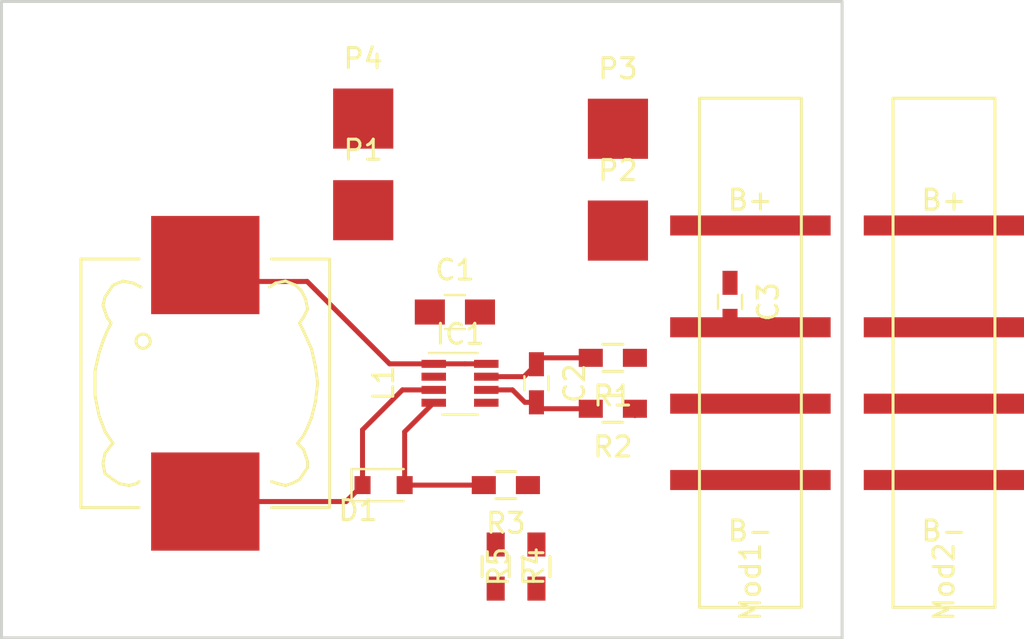
<source format=kicad_pcb>
(kicad_pcb (version 4) (host pcbnew 4.0.5-e0-6337~49~ubuntu16.04.1)

  (general
    (links 29)
    (no_connects 23)
    (area 130.734999 85.014999 172.795001 116.915001)
    (thickness 1.6)
    (drawings 4)
    (tracks 24)
    (zones 0)
    (modules 17)
    (nets 12)
  )

  (page A4)
  (layers
    (0 F.Cu signal)
    (31 B.Cu signal)
    (32 B.Adhes user)
    (33 F.Adhes user)
    (34 B.Paste user)
    (35 F.Paste user)
    (36 B.SilkS user)
    (37 F.SilkS user)
    (38 B.Mask user)
    (39 F.Mask user)
    (40 Dwgs.User user)
    (41 Cmts.User user)
    (42 Eco1.User user)
    (43 Eco2.User user)
    (44 Edge.Cuts user)
    (45 Margin user)
    (46 B.CrtYd user)
    (47 F.CrtYd user)
    (48 B.Fab user)
    (49 F.Fab user)
  )

  (setup
    (last_trace_width 0.25)
    (trace_clearance 0.2)
    (zone_clearance 0.508)
    (zone_45_only no)
    (trace_min 0.2)
    (segment_width 0.2)
    (edge_width 0.15)
    (via_size 0.6)
    (via_drill 0.4)
    (via_min_size 0.4)
    (via_min_drill 0.3)
    (uvia_size 0.3)
    (uvia_drill 0.1)
    (uvias_allowed no)
    (uvia_min_size 0.2)
    (uvia_min_drill 0.1)
    (pcb_text_width 0.3)
    (pcb_text_size 1.5 1.5)
    (mod_edge_width 0.15)
    (mod_text_size 1 1)
    (mod_text_width 0.15)
    (pad_size 1.524 1.524)
    (pad_drill 0.762)
    (pad_to_mask_clearance 0.2)
    (aux_axis_origin 0 0)
    (visible_elements FFFCFF7F)
    (pcbplotparams
      (layerselection 0x0103c_80000001)
      (usegerberextensions false)
      (excludeedgelayer true)
      (linewidth 0.100000)
      (plotframeref false)
      (viasonmask false)
      (mode 1)
      (useauxorigin false)
      (hpglpennumber 1)
      (hpglpenspeed 20)
      (hpglpendiameter 15)
      (hpglpenoverlay 2)
      (psnegative false)
      (psa4output false)
      (plotreference true)
      (plotvalue false)
      (plotinvisibletext false)
      (padsonsilk false)
      (subtractmaskfromsilk false)
      (outputformat 1)
      (mirror false)
      (drillshape 0)
      (scaleselection 1)
      (outputdirectory ""))
  )

  (net 0 "")
  (net 1 "Net-(C1-Pad1)")
  (net 2 GND)
  (net 3 "Net-(C2-Pad1)")
  (net 4 "Net-(C2-Pad2)")
  (net 5 "Net-(C3-Pad2)")
  (net 6 "Net-(IC1-Pad5)")
  (net 7 "Net-(D1-Pad2)")
  (net 8 "Net-(Mod1-Pad4)")
  (net 9 "Net-(Mod1-Pad2)")
  (net 10 "Net-(Mod1-Pad1)")
  (net 11 "Net-(Mod2-Pad4)")

  (net_class Default "This is the default net class."
    (clearance 0.2)
    (trace_width 0.25)
    (via_dia 0.6)
    (via_drill 0.4)
    (uvia_dia 0.3)
    (uvia_drill 0.1)
    (add_net GND)
    (add_net "Net-(C1-Pad1)")
    (add_net "Net-(C2-Pad1)")
    (add_net "Net-(C2-Pad2)")
    (add_net "Net-(C3-Pad2)")
    (add_net "Net-(D1-Pad2)")
    (add_net "Net-(IC1-Pad5)")
    (add_net "Net-(Mod1-Pad1)")
    (add_net "Net-(Mod1-Pad2)")
    (add_net "Net-(Mod1-Pad4)")
    (add_net "Net-(Mod2-Pad4)")
  )

  (module Capacitors_SMD:C_0603_HandSoldering (layer F.Cu) (tedit 541A9B4D) (tstamp 58A34092)
    (at 167.132 100.076 270)
    (descr "Capacitor SMD 0603, hand soldering")
    (tags "capacitor 0603")
    (path /58A340D7)
    (attr smd)
    (fp_text reference C3 (at 0 -1.9 270) (layer F.SilkS)
      (effects (font (size 1 1) (thickness 0.15)))
    )
    (fp_text value C (at 0 1.9 270) (layer F.Fab)
      (effects (font (size 1 1) (thickness 0.15)))
    )
    (fp_line (start -0.8 0.4) (end -0.8 -0.4) (layer F.Fab) (width 0.1))
    (fp_line (start 0.8 0.4) (end -0.8 0.4) (layer F.Fab) (width 0.1))
    (fp_line (start 0.8 -0.4) (end 0.8 0.4) (layer F.Fab) (width 0.1))
    (fp_line (start -0.8 -0.4) (end 0.8 -0.4) (layer F.Fab) (width 0.1))
    (fp_line (start -1.85 -0.75) (end 1.85 -0.75) (layer F.CrtYd) (width 0.05))
    (fp_line (start -1.85 0.75) (end 1.85 0.75) (layer F.CrtYd) (width 0.05))
    (fp_line (start -1.85 -0.75) (end -1.85 0.75) (layer F.CrtYd) (width 0.05))
    (fp_line (start 1.85 -0.75) (end 1.85 0.75) (layer F.CrtYd) (width 0.05))
    (fp_line (start -0.35 -0.6) (end 0.35 -0.6) (layer F.SilkS) (width 0.12))
    (fp_line (start 0.35 0.6) (end -0.35 0.6) (layer F.SilkS) (width 0.12))
    (pad 1 smd rect (at -0.95 0 270) (size 1.2 0.75) (layers F.Cu F.Paste F.Mask)
      (net 2 GND))
    (pad 2 smd rect (at 0.95 0 270) (size 1.2 0.75) (layers F.Cu F.Paste F.Mask)
      (net 5 "Net-(C3-Pad2)"))
    (model Capacitors_SMD.3dshapes/C_0603_HandSoldering.wrl
      (at (xyz 0 0 0))
      (scale (xyz 1 1 1))
      (rotate (xyz 0 0 0))
    )
  )

  (module Capacitors_SMD:C_0805_HandSoldering (layer F.Cu) (tedit 541A9B8D) (tstamp 58A34086)
    (at 153.416 100.584)
    (descr "Capacitor SMD 0805, hand soldering")
    (tags "capacitor 0805")
    (path /58A34134)
    (attr smd)
    (fp_text reference C1 (at 0 -2.1) (layer F.SilkS)
      (effects (font (size 1 1) (thickness 0.15)))
    )
    (fp_text value C (at 0 2.1) (layer F.Fab)
      (effects (font (size 1 1) (thickness 0.15)))
    )
    (fp_line (start -1 0.625) (end -1 -0.625) (layer F.Fab) (width 0.1))
    (fp_line (start 1 0.625) (end -1 0.625) (layer F.Fab) (width 0.1))
    (fp_line (start 1 -0.625) (end 1 0.625) (layer F.Fab) (width 0.1))
    (fp_line (start -1 -0.625) (end 1 -0.625) (layer F.Fab) (width 0.1))
    (fp_line (start -2.3 -1) (end 2.3 -1) (layer F.CrtYd) (width 0.05))
    (fp_line (start -2.3 1) (end 2.3 1) (layer F.CrtYd) (width 0.05))
    (fp_line (start -2.3 -1) (end -2.3 1) (layer F.CrtYd) (width 0.05))
    (fp_line (start 2.3 -1) (end 2.3 1) (layer F.CrtYd) (width 0.05))
    (fp_line (start 0.5 -0.85) (end -0.5 -0.85) (layer F.SilkS) (width 0.12))
    (fp_line (start -0.5 0.85) (end 0.5 0.85) (layer F.SilkS) (width 0.12))
    (pad 1 smd rect (at -1.25 0) (size 1.5 1.25) (layers F.Cu F.Paste F.Mask)
      (net 1 "Net-(C1-Pad1)"))
    (pad 2 smd rect (at 1.25 0) (size 1.5 1.25) (layers F.Cu F.Paste F.Mask)
      (net 2 GND))
    (model Capacitors_SMD.3dshapes/C_0805_HandSoldering.wrl
      (at (xyz 0 0 0))
      (scale (xyz 1 1 1))
      (rotate (xyz 0 0 0))
    )
  )

  (module Capacitors_SMD:C_0603_HandSoldering (layer F.Cu) (tedit 541A9B4D) (tstamp 58A3408C)
    (at 157.48 104.14 270)
    (descr "Capacitor SMD 0603, hand soldering")
    (tags "capacitor 0603")
    (path /58A34058)
    (attr smd)
    (fp_text reference C2 (at 0 -1.9 270) (layer F.SilkS)
      (effects (font (size 1 1) (thickness 0.15)))
    )
    (fp_text value C (at 0 1.9 270) (layer F.Fab)
      (effects (font (size 1 1) (thickness 0.15)))
    )
    (fp_line (start -0.8 0.4) (end -0.8 -0.4) (layer F.Fab) (width 0.1))
    (fp_line (start 0.8 0.4) (end -0.8 0.4) (layer F.Fab) (width 0.1))
    (fp_line (start 0.8 -0.4) (end 0.8 0.4) (layer F.Fab) (width 0.1))
    (fp_line (start -0.8 -0.4) (end 0.8 -0.4) (layer F.Fab) (width 0.1))
    (fp_line (start -1.85 -0.75) (end 1.85 -0.75) (layer F.CrtYd) (width 0.05))
    (fp_line (start -1.85 0.75) (end 1.85 0.75) (layer F.CrtYd) (width 0.05))
    (fp_line (start -1.85 -0.75) (end -1.85 0.75) (layer F.CrtYd) (width 0.05))
    (fp_line (start 1.85 -0.75) (end 1.85 0.75) (layer F.CrtYd) (width 0.05))
    (fp_line (start -0.35 -0.6) (end 0.35 -0.6) (layer F.SilkS) (width 0.12))
    (fp_line (start 0.35 0.6) (end -0.35 0.6) (layer F.SilkS) (width 0.12))
    (pad 1 smd rect (at -0.95 0 270) (size 1.2 0.75) (layers F.Cu F.Paste F.Mask)
      (net 3 "Net-(C2-Pad1)"))
    (pad 2 smd rect (at 0.95 0 270) (size 1.2 0.75) (layers F.Cu F.Paste F.Mask)
      (net 4 "Net-(C2-Pad2)"))
    (model Capacitors_SMD.3dshapes/C_0603_HandSoldering.wrl
      (at (xyz 0 0 0))
      (scale (xyz 1 1 1))
      (rotate (xyz 0 0 0))
    )
  )

  (module Diodes_SMD:D_0805 (layer F.Cu) (tedit 58A34061) (tstamp 58A34098)
    (at 149.86 109.22)
    (descr "Diode SMD in 0805 package")
    (tags "smd diode")
    (path /58A34225)
    (attr smd)
    (fp_text reference D1 (at -1.27 1.27) (layer F.SilkS)
      (effects (font (size 1 1) (thickness 0.15)))
    )
    (fp_text value D_Schottky (at 0 -1.6) (layer F.Fab)
      (effects (font (size 1 1) (thickness 0.15)))
    )
    (fp_line (start -1.6 -0.8) (end -1.6 0.8) (layer F.SilkS) (width 0.12))
    (fp_line (start -1.7 0.88) (end -1.7 -0.88) (layer F.CrtYd) (width 0.05))
    (fp_line (start 1.7 0.88) (end -1.7 0.88) (layer F.CrtYd) (width 0.05))
    (fp_line (start 1.7 -0.88) (end 1.7 0.88) (layer F.CrtYd) (width 0.05))
    (fp_line (start -1.7 -0.88) (end 1.7 -0.88) (layer F.CrtYd) (width 0.05))
    (fp_line (start 0.2 0) (end 0.4 0) (layer F.Fab) (width 0.1))
    (fp_line (start -0.1 0) (end -0.3 0) (layer F.Fab) (width 0.1))
    (fp_line (start -0.1 -0.2) (end -0.1 0.2) (layer F.Fab) (width 0.1))
    (fp_line (start 0.2 0.2) (end 0.2 -0.2) (layer F.Fab) (width 0.1))
    (fp_line (start -0.1 0) (end 0.2 0.2) (layer F.Fab) (width 0.1))
    (fp_line (start 0.2 -0.2) (end -0.1 0) (layer F.Fab) (width 0.1))
    (fp_line (start -1 0.625) (end -1 -0.625) (layer F.Fab) (width 0.1))
    (fp_line (start 1 0.625) (end -1 0.625) (layer F.Fab) (width 0.1))
    (fp_line (start 1 -0.625) (end 1 0.625) (layer F.Fab) (width 0.1))
    (fp_line (start -1 -0.625) (end 1 -0.625) (layer F.Fab) (width 0.1))
    (fp_line (start -1.6 0.8) (end 1 0.8) (layer F.SilkS) (width 0.12))
    (fp_line (start -1.6 -0.8) (end 1 -0.8) (layer F.SilkS) (width 0.12))
    (pad 1 smd rect (at -1.05 0) (size 0.8 0.9) (layers F.Cu F.Paste F.Mask)
      (net 5 "Net-(C3-Pad2)"))
    (pad 2 smd rect (at 1.05 0) (size 0.8 0.9) (layers F.Cu F.Paste F.Mask)
      (net 7 "Net-(D1-Pad2)"))
  )

  (module TO_SOT_Packages_SMD:TSOT-23-8 (layer F.Cu) (tedit 588359E9) (tstamp 58A340A4)
    (at 153.67 104.14)
    (descr "8-pin TSOT23 package, http://cds.linear.com/docs/en/packaging/SOT_8_05-08-1637.pdf")
    (tags TSOT-23-8)
    (path /58A348A7)
    (attr smd)
    (fp_text reference IC1 (at 0 -2.45) (layer F.SilkS)
      (effects (font (size 1 1) (thickness 0.15)))
    )
    (fp_text value SPV1040 (at 0 2.5) (layer F.Fab)
      (effects (font (size 1 1) (thickness 0.15)))
    )
    (fp_line (start -0.88 1.56) (end 0.88 1.56) (layer F.SilkS) (width 0.12))
    (fp_line (start 0.88 -1.51) (end -1.55 -1.51) (layer F.SilkS) (width 0.12))
    (fp_line (start -0.88 -1) (end -0.43 -1.45) (layer F.Fab) (width 0.1))
    (fp_line (start 0.88 -1.45) (end -0.43 -1.45) (layer F.Fab) (width 0.1))
    (fp_line (start -0.88 -1) (end -0.88 1.45) (layer F.Fab) (width 0.1))
    (fp_line (start 0.88 1.45) (end -0.88 1.45) (layer F.Fab) (width 0.1))
    (fp_line (start 0.88 -1.45) (end 0.88 1.45) (layer F.Fab) (width 0.1))
    (fp_line (start -2.17 -1.7) (end 2.17 -1.7) (layer F.CrtYd) (width 0.05))
    (fp_line (start -2.17 -1.7) (end -2.17 1.7) (layer F.CrtYd) (width 0.05))
    (fp_line (start 2.17 1.7) (end 2.17 -1.7) (layer F.CrtYd) (width 0.05))
    (fp_line (start 2.17 1.7) (end -2.17 1.7) (layer F.CrtYd) (width 0.05))
    (pad 1 smd rect (at -1.31 -0.97) (size 1.22 0.4) (layers F.Cu F.Paste F.Mask)
      (net 1 "Net-(C1-Pad1)"))
    (pad 2 smd rect (at -1.31 -0.33) (size 1.22 0.4) (layers F.Cu F.Paste F.Mask)
      (net 2 GND))
    (pad 3 smd rect (at -1.31 0.33) (size 1.22 0.4) (layers F.Cu F.Paste F.Mask)
      (net 7 "Net-(D1-Pad2)"))
    (pad 4 smd rect (at -1.31 0.97) (size 1.22 0.4) (layers F.Cu F.Paste F.Mask)
      (net 5 "Net-(C3-Pad2)"))
    (pad 5 smd rect (at 1.31 0.97) (size 1.22 0.4) (layers F.Cu F.Paste F.Mask)
      (net 6 "Net-(IC1-Pad5)"))
    (pad 6 smd rect (at 1.31 0.33) (size 1.22 0.4) (layers F.Cu F.Paste F.Mask)
      (net 4 "Net-(C2-Pad2)"))
    (pad 7 smd rect (at 1.31 -0.33) (size 1.22 0.4) (layers F.Cu F.Paste F.Mask)
      (net 3 "Net-(C2-Pad1)"))
    (pad 8 smd rect (at 1.31 -0.97) (size 1.22 0.4) (layers F.Cu F.Paste F.Mask)
      (net 1 "Net-(C1-Pad1)"))
  )

  (module Choke_SMD:Choke_SMD_Wuerth-WE-PD-Typ-LS_Handsoldering (layer F.Cu) (tedit 0) (tstamp 58A340AA)
    (at 140.97 104.14 270)
    (descr "Choke, Drossel, WE-PD Typ LS, Wuerth, SMD, Handsoldering,")
    (tags "Choke, Drossel, WE-PD Typ LS, Wuerth, SMD, Handsoldering,")
    (path /58A3431D)
    (attr smd)
    (fp_text reference L1 (at 0 -8.89 270) (layer F.SilkS)
      (effects (font (size 1 1) (thickness 0.15)))
    )
    (fp_text value L (at 0 8.89 270) (layer F.Fab)
      (effects (font (size 1 1) (thickness 0.15)))
    )
    (fp_circle (center 0 0) (end 0.8 0) (layer F.Adhes) (width 0.3048))
    (fp_circle (center 0 0) (end 0.6 0) (layer F.Adhes) (width 0.3048))
    (fp_circle (center 0 0) (end 0.3 0) (layer F.Adhes) (width 0.3048))
    (fp_circle (center 0 0) (end 0.1 0) (layer F.Adhes) (width 0.3048))
    (fp_circle (center -2.10058 3.0988) (end -1.84912 3.35026) (layer F.SilkS) (width 0.15))
    (fp_line (start 4.89966 3.29946) (end 5.00126 3.40106) (layer F.SilkS) (width 0.15))
    (fp_line (start 5.00126 3.40106) (end 5.10032 3.79984) (layer F.SilkS) (width 0.15))
    (fp_line (start 5.10032 3.79984) (end 5.00126 4.30022) (layer F.SilkS) (width 0.15))
    (fp_line (start 5.00126 4.30022) (end 4.8006 4.59994) (layer F.SilkS) (width 0.15))
    (fp_line (start 4.8006 4.59994) (end 4.50088 5.00126) (layer F.SilkS) (width 0.15))
    (fp_line (start 4.50088 5.00126) (end 4.0005 5.10032) (layer F.SilkS) (width 0.15))
    (fp_line (start 4.0005 5.10032) (end 3.50012 5.00126) (layer F.SilkS) (width 0.15))
    (fp_line (start 3.50012 5.00126) (end 3.0988 4.699) (layer F.SilkS) (width 0.15))
    (fp_line (start 3.0988 4.699) (end 2.99974 4.59994) (layer F.SilkS) (width 0.15))
    (fp_line (start 2.99974 4.59994) (end 2.4003 5.00126) (layer F.SilkS) (width 0.15))
    (fp_line (start 2.4003 5.00126) (end 1.6002 5.30098) (layer F.SilkS) (width 0.15))
    (fp_line (start 1.6002 5.30098) (end 0.59944 5.4991) (layer F.SilkS) (width 0.15))
    (fp_line (start 0.59944 5.4991) (end -0.59944 5.4991) (layer F.SilkS) (width 0.15))
    (fp_line (start -0.59944 5.4991) (end -1.50114 5.30098) (layer F.SilkS) (width 0.15))
    (fp_line (start -1.50114 5.30098) (end -2.10058 5.10032) (layer F.SilkS) (width 0.15))
    (fp_line (start -2.10058 5.10032) (end -2.60096 4.89966) (layer F.SilkS) (width 0.15))
    (fp_line (start -2.60096 4.89966) (end -2.99974 4.699) (layer F.SilkS) (width 0.15))
    (fp_line (start -2.99974 4.699) (end -3.29946 4.89966) (layer F.SilkS) (width 0.15))
    (fp_line (start -3.29946 4.89966) (end -3.8989 5.10032) (layer F.SilkS) (width 0.15))
    (fp_line (start -3.8989 5.10032) (end -4.30022 5.00126) (layer F.SilkS) (width 0.15))
    (fp_line (start -4.30022 5.00126) (end -4.59994 4.8006) (layer F.SilkS) (width 0.15))
    (fp_line (start -4.59994 4.8006) (end -4.89966 4.59994) (layer F.SilkS) (width 0.15))
    (fp_line (start -4.89966 4.59994) (end -5.10032 4.09956) (layer F.SilkS) (width 0.15))
    (fp_line (start -5.10032 4.09956) (end -5.00126 3.59918) (layer F.SilkS) (width 0.15))
    (fp_line (start -5.00126 3.59918) (end -4.8006 3.2004) (layer F.SilkS) (width 0.15))
    (fp_line (start 4.89966 -3.29946) (end 5.00126 -3.59918) (layer F.SilkS) (width 0.15))
    (fp_line (start 5.00126 -3.59918) (end 5.10032 -4.0005) (layer F.SilkS) (width 0.15))
    (fp_line (start 5.10032 -4.0005) (end 5.00126 -4.30022) (layer F.SilkS) (width 0.15))
    (fp_line (start 5.00126 -4.30022) (end 4.8006 -4.699) (layer F.SilkS) (width 0.15))
    (fp_line (start 4.8006 -4.699) (end 4.50088 -4.89966) (layer F.SilkS) (width 0.15))
    (fp_line (start 4.50088 -4.89966) (end 4.20116 -5.10032) (layer F.SilkS) (width 0.15))
    (fp_line (start 4.20116 -5.10032) (end 3.8989 -5.10032) (layer F.SilkS) (width 0.15))
    (fp_line (start 3.8989 -5.10032) (end 3.59918 -5.00126) (layer F.SilkS) (width 0.15))
    (fp_line (start 3.59918 -5.00126) (end 3.29946 -4.89966) (layer F.SilkS) (width 0.15))
    (fp_line (start 3.29946 -4.89966) (end 2.99974 -4.59994) (layer F.SilkS) (width 0.15))
    (fp_line (start 2.99974 -4.59994) (end 2.60096 -4.89966) (layer F.SilkS) (width 0.15))
    (fp_line (start 2.60096 -4.89966) (end 2.19964 -5.10032) (layer F.SilkS) (width 0.15))
    (fp_line (start 2.19964 -5.10032) (end 1.69926 -5.30098) (layer F.SilkS) (width 0.15))
    (fp_line (start 1.69926 -5.30098) (end 0.89916 -5.4991) (layer F.SilkS) (width 0.15))
    (fp_line (start 0.89916 -5.4991) (end 0 -5.6007) (layer F.SilkS) (width 0.15))
    (fp_line (start 0 -5.6007) (end -0.8001 -5.4991) (layer F.SilkS) (width 0.15))
    (fp_line (start -0.8001 -5.4991) (end -1.69926 -5.30098) (layer F.SilkS) (width 0.15))
    (fp_line (start -1.69926 -5.30098) (end -2.60096 -4.89966) (layer F.SilkS) (width 0.15))
    (fp_line (start -2.60096 -4.89966) (end -2.99974 -4.699) (layer F.SilkS) (width 0.15))
    (fp_line (start -2.99974 -4.699) (end -3.29946 -4.89966) (layer F.SilkS) (width 0.15))
    (fp_line (start -3.29946 -4.89966) (end -3.70078 -5.10032) (layer F.SilkS) (width 0.15))
    (fp_line (start -3.70078 -5.10032) (end -4.20116 -5.00126) (layer F.SilkS) (width 0.15))
    (fp_line (start -4.20116 -5.00126) (end -4.59994 -4.8006) (layer F.SilkS) (width 0.15))
    (fp_line (start -4.59994 -4.8006) (end -4.89966 -4.50088) (layer F.SilkS) (width 0.15))
    (fp_line (start -4.89966 -4.50088) (end -5.10032 -4.0005) (layer F.SilkS) (width 0.15))
    (fp_line (start -5.10032 -4.0005) (end -5.00126 -3.50012) (layer F.SilkS) (width 0.15))
    (fp_line (start -5.00126 -3.50012) (end -4.8006 -3.2004) (layer F.SilkS) (width 0.15))
    (fp_line (start -6.20014 3.29946) (end -6.20014 6.20014) (layer F.SilkS) (width 0.15))
    (fp_line (start -6.20014 6.20014) (end 6.20014 6.20014) (layer F.SilkS) (width 0.15))
    (fp_line (start 6.20014 6.20014) (end 6.20014 3.29946) (layer F.SilkS) (width 0.15))
    (fp_line (start 6.20014 -6.20014) (end -6.20014 -6.20014) (layer F.SilkS) (width 0.15))
    (fp_line (start -6.20014 -6.20014) (end -6.20014 -3.29946) (layer F.SilkS) (width 0.15))
    (fp_line (start 6.20014 -6.20014) (end 6.20014 -3.29946) (layer F.SilkS) (width 0.15))
    (pad 1 smd rect (at -5.90042 0 270) (size 4.89966 5.40004) (layers F.Cu F.Paste F.Mask)
      (net 1 "Net-(C1-Pad1)"))
    (pad 2 smd rect (at 5.90042 0 270) (size 4.89966 5.40004) (layers F.Cu F.Paste F.Mask)
      (net 7 "Net-(D1-Pad2)"))
  )

  (module Resistors_SMD:R_0603_HandSoldering (layer F.Cu) (tedit 58307AEF) (tstamp 58A340B5)
    (at 161.29 102.87 180)
    (descr "Resistor SMD 0603, hand soldering")
    (tags "resistor 0603")
    (path /58A33F6F)
    (attr smd)
    (fp_text reference R1 (at 0 -1.9 180) (layer F.SilkS)
      (effects (font (size 1 1) (thickness 0.15)))
    )
    (fp_text value R (at 0 1.9 180) (layer F.Fab)
      (effects (font (size 1 1) (thickness 0.15)))
    )
    (fp_line (start -0.8 0.4) (end -0.8 -0.4) (layer F.Fab) (width 0.1))
    (fp_line (start 0.8 0.4) (end -0.8 0.4) (layer F.Fab) (width 0.1))
    (fp_line (start 0.8 -0.4) (end 0.8 0.4) (layer F.Fab) (width 0.1))
    (fp_line (start -0.8 -0.4) (end 0.8 -0.4) (layer F.Fab) (width 0.1))
    (fp_line (start -2 -0.8) (end 2 -0.8) (layer F.CrtYd) (width 0.05))
    (fp_line (start -2 0.8) (end 2 0.8) (layer F.CrtYd) (width 0.05))
    (fp_line (start -2 -0.8) (end -2 0.8) (layer F.CrtYd) (width 0.05))
    (fp_line (start 2 -0.8) (end 2 0.8) (layer F.CrtYd) (width 0.05))
    (fp_line (start 0.5 0.675) (end -0.5 0.675) (layer F.SilkS) (width 0.15))
    (fp_line (start -0.5 -0.675) (end 0.5 -0.675) (layer F.SilkS) (width 0.15))
    (pad 1 smd rect (at -1.1 0 180) (size 1.2 0.9) (layers F.Cu F.Paste F.Mask)
      (net 5 "Net-(C3-Pad2)"))
    (pad 2 smd rect (at 1.1 0 180) (size 1.2 0.9) (layers F.Cu F.Paste F.Mask)
      (net 3 "Net-(C2-Pad1)"))
    (model Resistors_SMD.3dshapes/R_0603_HandSoldering.wrl
      (at (xyz 0 0 0))
      (scale (xyz 1 1 1))
      (rotate (xyz 0 0 0))
    )
  )

  (module Resistors_SMD:R_0603_HandSoldering (layer F.Cu) (tedit 58307AEF) (tstamp 58A340BB)
    (at 161.29 105.41 180)
    (descr "Resistor SMD 0603, hand soldering")
    (tags "resistor 0603")
    (path /58A33FF2)
    (attr smd)
    (fp_text reference R2 (at 0 -1.9 180) (layer F.SilkS)
      (effects (font (size 1 1) (thickness 0.15)))
    )
    (fp_text value R (at 0 1.9 180) (layer F.Fab)
      (effects (font (size 1 1) (thickness 0.15)))
    )
    (fp_line (start -0.8 0.4) (end -0.8 -0.4) (layer F.Fab) (width 0.1))
    (fp_line (start 0.8 0.4) (end -0.8 0.4) (layer F.Fab) (width 0.1))
    (fp_line (start 0.8 -0.4) (end 0.8 0.4) (layer F.Fab) (width 0.1))
    (fp_line (start -0.8 -0.4) (end 0.8 -0.4) (layer F.Fab) (width 0.1))
    (fp_line (start -2 -0.8) (end 2 -0.8) (layer F.CrtYd) (width 0.05))
    (fp_line (start -2 0.8) (end 2 0.8) (layer F.CrtYd) (width 0.05))
    (fp_line (start -2 -0.8) (end -2 0.8) (layer F.CrtYd) (width 0.05))
    (fp_line (start 2 -0.8) (end 2 0.8) (layer F.CrtYd) (width 0.05))
    (fp_line (start 0.5 0.675) (end -0.5 0.675) (layer F.SilkS) (width 0.15))
    (fp_line (start -0.5 -0.675) (end 0.5 -0.675) (layer F.SilkS) (width 0.15))
    (pad 1 smd rect (at -1.1 0 180) (size 1.2 0.9) (layers F.Cu F.Paste F.Mask)
      (net 11 "Net-(Mod2-Pad4)"))
    (pad 2 smd rect (at 1.1 0 180) (size 1.2 0.9) (layers F.Cu F.Paste F.Mask)
      (net 4 "Net-(C2-Pad2)"))
    (model Resistors_SMD.3dshapes/R_0603_HandSoldering.wrl
      (at (xyz 0 0 0))
      (scale (xyz 1 1 1))
      (rotate (xyz 0 0 0))
    )
  )

  (module Resistors_SMD:R_0603_HandSoldering (layer F.Cu) (tedit 58307AEF) (tstamp 58A340C1)
    (at 155.956 109.22 180)
    (descr "Resistor SMD 0603, hand soldering")
    (tags "resistor 0603")
    (path /58A34018)
    (attr smd)
    (fp_text reference R3 (at 0 -1.9 180) (layer F.SilkS)
      (effects (font (size 1 1) (thickness 0.15)))
    )
    (fp_text value R (at 0 1.9 180) (layer F.Fab)
      (effects (font (size 1 1) (thickness 0.15)))
    )
    (fp_line (start -0.8 0.4) (end -0.8 -0.4) (layer F.Fab) (width 0.1))
    (fp_line (start 0.8 0.4) (end -0.8 0.4) (layer F.Fab) (width 0.1))
    (fp_line (start 0.8 -0.4) (end 0.8 0.4) (layer F.Fab) (width 0.1))
    (fp_line (start -0.8 -0.4) (end 0.8 -0.4) (layer F.Fab) (width 0.1))
    (fp_line (start -2 -0.8) (end 2 -0.8) (layer F.CrtYd) (width 0.05))
    (fp_line (start -2 0.8) (end 2 0.8) (layer F.CrtYd) (width 0.05))
    (fp_line (start -2 -0.8) (end -2 0.8) (layer F.CrtYd) (width 0.05))
    (fp_line (start 2 -0.8) (end 2 0.8) (layer F.CrtYd) (width 0.05))
    (fp_line (start 0.5 0.675) (end -0.5 0.675) (layer F.SilkS) (width 0.15))
    (fp_line (start -0.5 -0.675) (end 0.5 -0.675) (layer F.SilkS) (width 0.15))
    (pad 1 smd rect (at -1.1 0 180) (size 1.2 0.9) (layers F.Cu F.Paste F.Mask)
      (net 11 "Net-(Mod2-Pad4)"))
    (pad 2 smd rect (at 1.1 0 180) (size 1.2 0.9) (layers F.Cu F.Paste F.Mask)
      (net 5 "Net-(C3-Pad2)"))
    (model Resistors_SMD.3dshapes/R_0603_HandSoldering.wrl
      (at (xyz 0 0 0))
      (scale (xyz 1 1 1))
      (rotate (xyz 0 0 0))
    )
  )

  (module Resistors_SMD:R_0603_HandSoldering (layer F.Cu) (tedit 58307AEF) (tstamp 58A340C7)
    (at 155.448 113.284 270)
    (descr "Resistor SMD 0603, hand soldering")
    (tags "resistor 0603")
    (path /58A33E31)
    (attr smd)
    (fp_text reference R4 (at 0 -1.9 270) (layer F.SilkS)
      (effects (font (size 1 1) (thickness 0.15)))
    )
    (fp_text value 10k (at 0 1.9 270) (layer F.Fab)
      (effects (font (size 1 1) (thickness 0.15)))
    )
    (fp_line (start -0.8 0.4) (end -0.8 -0.4) (layer F.Fab) (width 0.1))
    (fp_line (start 0.8 0.4) (end -0.8 0.4) (layer F.Fab) (width 0.1))
    (fp_line (start 0.8 -0.4) (end 0.8 0.4) (layer F.Fab) (width 0.1))
    (fp_line (start -0.8 -0.4) (end 0.8 -0.4) (layer F.Fab) (width 0.1))
    (fp_line (start -2 -0.8) (end 2 -0.8) (layer F.CrtYd) (width 0.05))
    (fp_line (start -2 0.8) (end 2 0.8) (layer F.CrtYd) (width 0.05))
    (fp_line (start -2 -0.8) (end -2 0.8) (layer F.CrtYd) (width 0.05))
    (fp_line (start 2 -0.8) (end 2 0.8) (layer F.CrtYd) (width 0.05))
    (fp_line (start 0.5 0.675) (end -0.5 0.675) (layer F.SilkS) (width 0.15))
    (fp_line (start -0.5 -0.675) (end 0.5 -0.675) (layer F.SilkS) (width 0.15))
    (pad 1 smd rect (at -1.1 0 270) (size 1.2 0.9) (layers F.Cu F.Paste F.Mask)
      (net 11 "Net-(Mod2-Pad4)"))
    (pad 2 smd rect (at 1.1 0 270) (size 1.2 0.9) (layers F.Cu F.Paste F.Mask)
      (net 6 "Net-(IC1-Pad5)"))
    (model Resistors_SMD.3dshapes/R_0603_HandSoldering.wrl
      (at (xyz 0 0 0))
      (scale (xyz 1 1 1))
      (rotate (xyz 0 0 0))
    )
  )

  (module Resistors_SMD:R_0603_HandSoldering (layer F.Cu) (tedit 58307AEF) (tstamp 58A340CD)
    (at 157.48 113.284 90)
    (descr "Resistor SMD 0603, hand soldering")
    (tags "resistor 0603")
    (path /58A33EFC)
    (attr smd)
    (fp_text reference R5 (at 0 -1.9 90) (layer F.SilkS)
      (effects (font (size 1 1) (thickness 0.15)))
    )
    (fp_text value R (at 0 1.9 90) (layer F.Fab)
      (effects (font (size 1 1) (thickness 0.15)))
    )
    (fp_line (start -0.8 0.4) (end -0.8 -0.4) (layer F.Fab) (width 0.1))
    (fp_line (start 0.8 0.4) (end -0.8 0.4) (layer F.Fab) (width 0.1))
    (fp_line (start 0.8 -0.4) (end 0.8 0.4) (layer F.Fab) (width 0.1))
    (fp_line (start -0.8 -0.4) (end 0.8 -0.4) (layer F.Fab) (width 0.1))
    (fp_line (start -2 -0.8) (end 2 -0.8) (layer F.CrtYd) (width 0.05))
    (fp_line (start -2 0.8) (end 2 0.8) (layer F.CrtYd) (width 0.05))
    (fp_line (start -2 -0.8) (end -2 0.8) (layer F.CrtYd) (width 0.05))
    (fp_line (start 2 -0.8) (end 2 0.8) (layer F.CrtYd) (width 0.05))
    (fp_line (start 0.5 0.675) (end -0.5 0.675) (layer F.SilkS) (width 0.15))
    (fp_line (start -0.5 -0.675) (end 0.5 -0.675) (layer F.SilkS) (width 0.15))
    (pad 1 smd rect (at -1.1 0 90) (size 1.2 0.9) (layers F.Cu F.Paste F.Mask)
      (net 6 "Net-(IC1-Pad5)"))
    (pad 2 smd rect (at 1.1 0 90) (size 1.2 0.9) (layers F.Cu F.Paste F.Mask)
      (net 2 GND))
    (model Resistors_SMD.3dshapes/R_0603_HandSoldering.wrl
      (at (xyz 0 0 0))
      (scale (xyz 1 1 1))
      (rotate (xyz 0 0 0))
    )
  )

  (module franzlibtest:LipoProtectPCB (layer F.Cu) (tedit 58A72D1C) (tstamp 58A72F56)
    (at 168.148 110.236)
    (path /58A72DFA)
    (fp_text reference Mod1 (at 0 3.81 90) (layer F.SilkS)
      (effects (font (size 1 1) (thickness 0.15)))
    )
    (fp_text value Lipo (at 0 -17.78 90) (layer F.Fab)
      (effects (font (size 1 1) (thickness 0.15)))
    )
    (fp_text user B- (at 0 1.27) (layer F.SilkS)
      (effects (font (size 1 1) (thickness 0.15)))
    )
    (fp_text user B+ (at 0 -15.24) (layer F.SilkS)
      (effects (font (size 1 1) (thickness 0.15)))
    )
    (fp_line (start -2.54 -20.32) (end 2.54 -20.32) (layer F.SilkS) (width 0.15))
    (fp_line (start 2.54 -20.32) (end 2.54 5.08) (layer F.SilkS) (width 0.15))
    (fp_line (start 2.54 5.08) (end -2.54 5.08) (layer F.SilkS) (width 0.15))
    (fp_line (start -2.54 5.08) (end -2.54 -20.32) (layer F.SilkS) (width 0.15))
    (pad 3 smd rect (at 0 -5.08) (size 8 1) (layers F.Cu F.Paste F.Mask)
      (net 2 GND))
    (pad 4 smd rect (at 0 -8.89) (size 8 1) (layers F.Cu F.Paste F.Mask)
      (net 8 "Net-(Mod1-Pad4)"))
    (pad 2 smd rect (at 0 -1.27) (size 8 1) (layers F.Cu F.Paste F.Mask)
      (net 9 "Net-(Mod1-Pad2)"))
    (pad 1 smd rect (at 0 -13.97) (size 8 1) (layers F.Cu F.Paste F.Mask)
      (net 10 "Net-(Mod1-Pad1)"))
  )

  (module franzlibtest:LipoProtectPCB (layer F.Cu) (tedit 58A72D1C) (tstamp 58A72F64)
    (at 177.8 110.236)
    (path /58A72E7D)
    (fp_text reference Mod2 (at 0 3.81 90) (layer F.SilkS)
      (effects (font (size 1 1) (thickness 0.15)))
    )
    (fp_text value Lipo (at 0 -17.78 90) (layer F.Fab)
      (effects (font (size 1 1) (thickness 0.15)))
    )
    (fp_text user B- (at 0 1.27) (layer F.SilkS)
      (effects (font (size 1 1) (thickness 0.15)))
    )
    (fp_text user B+ (at 0 -15.24) (layer F.SilkS)
      (effects (font (size 1 1) (thickness 0.15)))
    )
    (fp_line (start -2.54 -20.32) (end 2.54 -20.32) (layer F.SilkS) (width 0.15))
    (fp_line (start 2.54 -20.32) (end 2.54 5.08) (layer F.SilkS) (width 0.15))
    (fp_line (start 2.54 5.08) (end -2.54 5.08) (layer F.SilkS) (width 0.15))
    (fp_line (start -2.54 5.08) (end -2.54 -20.32) (layer F.SilkS) (width 0.15))
    (pad 3 smd rect (at 0 -5.08) (size 8 1) (layers F.Cu F.Paste F.Mask)
      (net 2 GND))
    (pad 4 smd rect (at 0 -8.89) (size 8 1) (layers F.Cu F.Paste F.Mask)
      (net 11 "Net-(Mod2-Pad4)"))
    (pad 2 smd rect (at 0 -1.27) (size 8 1) (layers F.Cu F.Paste F.Mask)
      (net 9 "Net-(Mod1-Pad2)"))
    (pad 1 smd rect (at 0 -13.97) (size 8 1) (layers F.Cu F.Paste F.Mask)
      (net 10 "Net-(Mod1-Pad1)"))
  )

  (module Measurement_Points:Measurement_Point_Square-SMD-Pad_Big (layer F.Cu) (tedit 56C35FC6) (tstamp 58A72F69)
    (at 161.544 91.44)
    (descr "Mesurement Point, Square, SMD Pad,  3mm x 3mm,")
    (tags "Mesurement Point Square SMD Pad 3x3mm")
    (path /58A731FD)
    (attr virtual)
    (fp_text reference P3 (at 0 -3) (layer F.SilkS)
      (effects (font (size 1 1) (thickness 0.15)))
    )
    (fp_text value P+ (at 0 3) (layer F.Fab)
      (effects (font (size 1 1) (thickness 0.15)))
    )
    (fp_line (start -1.75 -1.75) (end 1.75 -1.75) (layer F.CrtYd) (width 0.05))
    (fp_line (start 1.75 -1.75) (end 1.75 1.75) (layer F.CrtYd) (width 0.05))
    (fp_line (start 1.75 1.75) (end -1.75 1.75) (layer F.CrtYd) (width 0.05))
    (fp_line (start -1.75 1.75) (end -1.75 -1.75) (layer F.CrtYd) (width 0.05))
    (pad 1 smd rect (at 0 0) (size 3 3) (layers F.Cu F.Mask)
      (net 8 "Net-(Mod1-Pad4)"))
  )

  (module Measurement_Points:Measurement_Point_Square-SMD-Pad_Big (layer F.Cu) (tedit 56C35FC6) (tstamp 58A72F6E)
    (at 148.844 90.932)
    (descr "Mesurement Point, Square, SMD Pad,  3mm x 3mm,")
    (tags "Mesurement Point Square SMD Pad 3x3mm")
    (path /58A733DA)
    (attr virtual)
    (fp_text reference P4 (at 0 -3) (layer F.SilkS)
      (effects (font (size 1 1) (thickness 0.15)))
    )
    (fp_text value Ü- (at 0 3) (layer F.Fab)
      (effects (font (size 1 1) (thickness 0.15)))
    )
    (fp_line (start -1.75 -1.75) (end 1.75 -1.75) (layer F.CrtYd) (width 0.05))
    (fp_line (start 1.75 -1.75) (end 1.75 1.75) (layer F.CrtYd) (width 0.05))
    (fp_line (start 1.75 1.75) (end -1.75 1.75) (layer F.CrtYd) (width 0.05))
    (fp_line (start -1.75 1.75) (end -1.75 -1.75) (layer F.CrtYd) (width 0.05))
    (pad 1 smd rect (at 0 0) (size 3 3) (layers F.Cu F.Mask)
      (net 2 GND))
  )

  (module Measurement_Points:Measurement_Point_Square-SMD-Pad_Big (layer F.Cu) (tedit 56C35FC6) (tstamp 58A72FB7)
    (at 148.844 95.504)
    (descr "Mesurement Point, Square, SMD Pad,  3mm x 3mm,")
    (tags "Mesurement Point Square SMD Pad 3x3mm")
    (path /58A73459)
    (attr virtual)
    (fp_text reference P1 (at 0 -3) (layer F.SilkS)
      (effects (font (size 1 1) (thickness 0.15)))
    )
    (fp_text value Solar+ (at 0 3) (layer F.Fab)
      (effects (font (size 1 1) (thickness 0.15)))
    )
    (fp_line (start -1.75 -1.75) (end 1.75 -1.75) (layer F.CrtYd) (width 0.05))
    (fp_line (start 1.75 -1.75) (end 1.75 1.75) (layer F.CrtYd) (width 0.05))
    (fp_line (start 1.75 1.75) (end -1.75 1.75) (layer F.CrtYd) (width 0.05))
    (fp_line (start -1.75 1.75) (end -1.75 -1.75) (layer F.CrtYd) (width 0.05))
    (pad 1 smd rect (at 0 0) (size 3 3) (layers F.Cu F.Mask)
      (net 1 "Net-(C1-Pad1)"))
  )

  (module Measurement_Points:Measurement_Point_Square-SMD-Pad_Big (layer F.Cu) (tedit 56C35FC6) (tstamp 58A72FBB)
    (at 161.544 96.52)
    (descr "Mesurement Point, Square, SMD Pad,  3mm x 3mm,")
    (tags "Mesurement Point Square SMD Pad 3x3mm")
    (path /58A735AB)
    (attr virtual)
    (fp_text reference P2 (at 0 -3) (layer F.SilkS)
      (effects (font (size 1 1) (thickness 0.15)))
    )
    (fp_text value Solar- (at 0 3) (layer F.Fab)
      (effects (font (size 1 1) (thickness 0.15)))
    )
    (fp_line (start -1.75 -1.75) (end 1.75 -1.75) (layer F.CrtYd) (width 0.05))
    (fp_line (start 1.75 -1.75) (end 1.75 1.75) (layer F.CrtYd) (width 0.05))
    (fp_line (start 1.75 1.75) (end -1.75 1.75) (layer F.CrtYd) (width 0.05))
    (fp_line (start -1.75 1.75) (end -1.75 -1.75) (layer F.CrtYd) (width 0.05))
    (pad 1 smd rect (at 0 0) (size 3 3) (layers F.Cu F.Mask)
      (net 2 GND))
  )

  (gr_line (start 130.81 116.84) (end 130.81 85.09) (angle 90) (layer Edge.Cuts) (width 0.15))
  (gr_line (start 172.72 116.84) (end 130.81 116.84) (angle 90) (layer Edge.Cuts) (width 0.15))
  (gr_line (start 172.72 85.09) (end 172.72 116.84) (angle 90) (layer Edge.Cuts) (width 0.15))
  (gr_line (start 130.81 85.09) (end 172.72 85.09) (angle 90) (layer Edge.Cuts) (width 0.15))

  (segment (start 154.98 103.17) (end 153.924 103.17) (width 0.25) (layer F.Cu) (net 1))
  (segment (start 153.924 103.17) (end 152.36 103.17) (width 0.25) (layer F.Cu) (net 1) (tstamp 58A7024F))
  (segment (start 152.36 103.17) (end 150.16 103.17) (width 0.25) (layer F.Cu) (net 1))
  (segment (start 146.05 99.06) (end 141.79042 99.06) (width 0.25) (layer F.Cu) (net 1) (tstamp 58A6FF49))
  (segment (start 150.16 103.17) (end 146.05 99.06) (width 0.25) (layer F.Cu) (net 1) (tstamp 58A6FF47))
  (segment (start 141.79042 99.06) (end 140.97 98.23958) (width 0.25) (layer F.Cu) (net 1) (tstamp 58A6FF4B))
  (segment (start 160.19 102.87) (end 157.8 102.87) (width 0.25) (layer F.Cu) (net 3))
  (segment (start 157.8 102.87) (end 157.48 103.19) (width 0.25) (layer F.Cu) (net 3) (tstamp 58A70226))
  (segment (start 154.98 103.81) (end 156.86 103.81) (width 0.25) (layer F.Cu) (net 3))
  (segment (start 156.86 103.81) (end 157.48 103.19) (width 0.25) (layer F.Cu) (net 3) (tstamp 58A70223))
  (segment (start 160.19 105.41) (end 157.8 105.41) (width 0.25) (layer F.Cu) (net 4))
  (segment (start 157.8 105.41) (end 157.48 105.09) (width 0.25) (layer F.Cu) (net 4) (tstamp 58A70231))
  (segment (start 154.98 104.47) (end 156.286 104.47) (width 0.25) (layer F.Cu) (net 4))
  (segment (start 156.906 105.09) (end 157.48 105.09) (width 0.25) (layer F.Cu) (net 4) (tstamp 58A7022E))
  (segment (start 156.286 104.47) (end 156.906 105.09) (width 0.25) (layer F.Cu) (net 4) (tstamp 58A7022D))
  (segment (start 150.91 106.56) (end 152.36 105.11) (width 0.25) (layer F.Cu) (net 5) (tstamp 58A7021D))
  (segment (start 147.98958 110.04042) (end 148.81 109.22) (width 0.25) (layer F.Cu) (net 5) (tstamp 58A6FF4E))
  (segment (start 148.81 109.22) (end 148.81 106.46) (width 0.25) (layer F.Cu) (net 5) (tstamp 58A6FF4F))
  (segment (start 148.81 106.46) (end 150.8 104.47) (width 0.25) (layer F.Cu) (net 5) (tstamp 58A6FF50))
  (segment (start 150.91 109.22) (end 154.856 109.22) (width 0.25) (layer F.Cu) (net 7))
  (segment (start 150.91 109.22) (end 150.91 106.56) (width 0.25) (layer F.Cu) (net 7))
  (segment (start 140.97 110.04042) (end 147.98958 110.04042) (width 0.25) (layer F.Cu) (net 7))
  (segment (start 150.8 104.47) (end 152.36 104.47) (width 0.25) (layer F.Cu) (net 7) (tstamp 58A6FF51))
  (segment (start 162.39 105.41) (end 162.39 105.75) (width 0.25) (layer F.Cu) (net 11))

)

</source>
